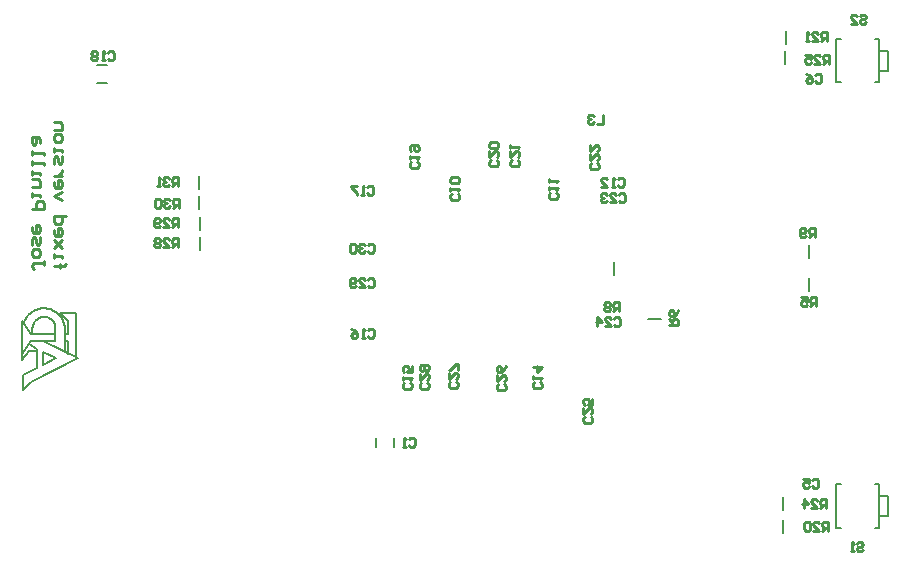
<source format=gbo>
G04*
G04 #@! TF.GenerationSoftware,Altium Limited,Altium Designer,20.0.13 (296)*
G04*
G04 Layer_Color=32896*
%FSLAX25Y25*%
%MOIN*%
G70*
G01*
G75*
%ADD12C,0.00787*%
%ADD13C,0.01000*%
%ADD202C,0.00500*%
D12*
X34225Y169443D02*
X37375D01*
X34225Y163538D02*
X37375D01*
X132953Y42116D02*
Y45265D01*
X127047Y42116D02*
Y45265D01*
X217635Y84891D02*
X221965D01*
X294843Y25672D02*
X297638D01*
Y19058D02*
Y25672D01*
X294843Y19058D02*
X297638D01*
X280394Y15278D02*
Y29766D01*
X294843Y15278D02*
Y29766D01*
X280394Y15278D02*
X281929D01*
X293465D02*
X294843D01*
X293386Y29766D02*
X294843D01*
X280394D02*
X282008D01*
X280394Y178324D02*
X282008D01*
X293386D02*
X294843D01*
X293465Y163836D02*
X294843D01*
X280394D02*
X281929D01*
X294843D02*
Y178324D01*
X280394Y163836D02*
Y178324D01*
X294843Y167616D02*
X297638D01*
Y174230D01*
X294843D02*
X297638D01*
X263550Y169755D02*
Y174086D01*
X262800Y21125D02*
Y25456D01*
X271500Y94325D02*
Y98656D01*
X271500Y105125D02*
Y109456D01*
X262700Y13625D02*
Y17956D01*
X263600Y176525D02*
Y180856D01*
X68200Y128325D02*
Y132656D01*
Y121425D02*
Y125756D01*
X68400Y114625D02*
Y118956D01*
X68500Y107925D02*
Y112256D01*
X206500Y99625D02*
Y103956D01*
D13*
X16519Y104286D02*
Y102953D01*
Y103620D01*
X13186D01*
X12520Y102953D01*
Y102287D01*
X13186Y101621D01*
X12520Y106286D02*
Y107619D01*
X13186Y108285D01*
X14519D01*
X15186Y107619D01*
Y106286D01*
X14519Y105619D01*
X13186D01*
X12520Y106286D01*
Y109618D02*
Y111617D01*
X13186Y112284D01*
X13853Y111617D01*
Y110284D01*
X14519Y109618D01*
X15186Y110284D01*
Y112284D01*
X12520Y115616D02*
Y114283D01*
X13186Y113617D01*
X14519D01*
X15186Y114283D01*
Y115616D01*
X14519Y116282D01*
X13853D01*
Y113617D01*
X12520Y121614D02*
X16519D01*
Y123613D01*
X15852Y124280D01*
X14519D01*
X13853Y123613D01*
Y121614D01*
X12520Y125613D02*
Y126946D01*
Y126279D01*
X15186D01*
Y125613D01*
X12520Y128945D02*
X15186D01*
Y130944D01*
X14519Y131611D01*
X12520D01*
Y132944D02*
Y134277D01*
Y133610D01*
X15186D01*
Y132944D01*
X12520Y136276D02*
Y137609D01*
Y136943D01*
X16519D01*
Y136276D01*
X12520Y139608D02*
Y140941D01*
Y140275D01*
X16519D01*
Y139608D01*
X15186Y143607D02*
Y144940D01*
X14519Y145606D01*
X12520D01*
Y143607D01*
X13186Y142941D01*
X13853Y143607D01*
Y145606D01*
X19600Y102487D02*
X22932D01*
X21599D01*
Y101821D01*
Y103153D01*
Y102487D01*
X22932D01*
X23599Y103153D01*
X19600Y105153D02*
Y106486D01*
Y105819D01*
X22266D01*
Y105153D01*
Y108485D02*
X19600Y111151D01*
X20933Y109818D01*
X22266Y111151D01*
X19600Y108485D01*
Y114483D02*
Y113150D01*
X20267Y112484D01*
X21599D01*
X22266Y113150D01*
Y114483D01*
X21599Y115150D01*
X20933D01*
Y112484D01*
X23599Y119148D02*
X19600D01*
Y117149D01*
X20267Y116482D01*
X21599D01*
X22266Y117149D01*
Y119148D01*
Y124480D02*
X19600Y125813D01*
X22266Y127146D01*
X19600Y130478D02*
Y129145D01*
X20267Y128479D01*
X21599D01*
X22266Y129145D01*
Y130478D01*
X21599Y131144D01*
X20933D01*
Y128479D01*
X22266Y132477D02*
X19600D01*
X20933D01*
X21599Y133144D01*
X22266Y133810D01*
Y134477D01*
X19600Y136476D02*
Y138475D01*
X20267Y139142D01*
X20933Y138475D01*
Y137143D01*
X21599Y136476D01*
X22266Y137143D01*
Y139142D01*
X19600Y140475D02*
Y141808D01*
Y141141D01*
X22266D01*
Y140475D01*
X19600Y144474D02*
Y145806D01*
X20267Y146473D01*
X21599D01*
X22266Y145806D01*
Y144474D01*
X21599Y143807D01*
X20267D01*
X19600Y144474D01*
Y147806D02*
X22266D01*
Y149805D01*
X21599Y150471D01*
X19600D01*
X61100Y129091D02*
Y132090D01*
X59601D01*
X59101Y131590D01*
Y130590D01*
X59601Y130090D01*
X61100D01*
X60100D02*
X59101Y129091D01*
X58101Y131590D02*
X57601Y132090D01*
X56601D01*
X56102Y131590D01*
Y131090D01*
X56601Y130590D01*
X57101D01*
X56601D01*
X56102Y130090D01*
Y129590D01*
X56601Y129091D01*
X57601D01*
X58101Y129590D01*
X55102Y129091D02*
X54102D01*
X54602D01*
Y132090D01*
X55102Y131590D01*
X61400Y121991D02*
Y124990D01*
X59900D01*
X59401Y124490D01*
Y123490D01*
X59900Y122990D01*
X61400D01*
X60400D02*
X59401Y121991D01*
X58401Y124490D02*
X57901Y124990D01*
X56901D01*
X56402Y124490D01*
Y123990D01*
X56901Y123490D01*
X57401D01*
X56901D01*
X56402Y122990D01*
Y122490D01*
X56901Y121991D01*
X57901D01*
X58401Y122490D01*
X55402Y124490D02*
X54902Y124990D01*
X53902D01*
X53403Y124490D01*
Y122490D01*
X53902Y121991D01*
X54902D01*
X55402Y122490D01*
Y124490D01*
X61200Y115391D02*
Y118390D01*
X59701D01*
X59201Y117890D01*
Y116890D01*
X59701Y116390D01*
X61200D01*
X60200D02*
X59201Y115391D01*
X56202D02*
X58201D01*
X56202Y117390D01*
Y117890D01*
X56701Y118390D01*
X57701D01*
X58201Y117890D01*
X55202Y115890D02*
X54702Y115391D01*
X53702D01*
X53203Y115890D01*
Y117890D01*
X53702Y118390D01*
X54702D01*
X55202Y117890D01*
Y117390D01*
X54702Y116890D01*
X53203D01*
X61100Y108791D02*
Y111790D01*
X59601D01*
X59101Y111290D01*
Y110290D01*
X59601Y109790D01*
X61100D01*
X60100D02*
X59101Y108791D01*
X56102D02*
X58101D01*
X56102Y110790D01*
Y111290D01*
X56601Y111790D01*
X57601D01*
X58101Y111290D01*
X55102D02*
X54602Y111790D01*
X53602D01*
X53103Y111290D01*
Y110790D01*
X53602Y110290D01*
X53103Y109790D01*
Y109290D01*
X53602Y108791D01*
X54602D01*
X55102Y109290D01*
Y109790D01*
X54602Y110290D01*
X55102Y110790D01*
Y111290D01*
X54602Y110290D02*
X53602D01*
X278200Y169891D02*
Y172890D01*
X276700D01*
X276201Y172390D01*
Y171390D01*
X276700Y170890D01*
X278200D01*
X277200D02*
X276201Y169891D01*
X273202D02*
X275201D01*
X273202Y171890D01*
Y172390D01*
X273702Y172890D01*
X274701D01*
X275201Y172390D01*
X270203Y172890D02*
X272202D01*
Y171390D01*
X271202Y171890D01*
X270702D01*
X270203Y171390D01*
Y170390D01*
X270702Y169891D01*
X271702D01*
X272202Y170390D01*
X277200Y21690D02*
Y24690D01*
X275700D01*
X275201Y24190D01*
Y23190D01*
X275700Y22690D01*
X277200D01*
X276200D02*
X275201Y21690D01*
X272202D02*
X274201D01*
X272202Y23690D01*
Y24190D01*
X272702Y24690D01*
X273701D01*
X274201Y24190D01*
X269702Y21690D02*
Y24690D01*
X271202Y23190D01*
X269203D01*
X288301Y185690D02*
X288801Y186190D01*
X289800D01*
X290300Y185690D01*
Y185190D01*
X289800Y184690D01*
X288801D01*
X288301Y184190D01*
Y183690D01*
X288801Y183191D01*
X289800D01*
X290300Y183690D01*
X285302Y183191D02*
X287301D01*
X285302Y185190D01*
Y185690D01*
X285802Y186190D01*
X286801D01*
X287301Y185690D01*
X277400Y177491D02*
Y180490D01*
X275901D01*
X275401Y179990D01*
Y178990D01*
X275901Y178490D01*
X277400D01*
X276400D02*
X275401Y177491D01*
X272402D02*
X274401D01*
X272402Y179490D01*
Y179990D01*
X272902Y180490D01*
X273901D01*
X274401Y179990D01*
X271402Y177491D02*
X270402D01*
X270902D01*
Y180490D01*
X271402Y179990D01*
X273501Y166090D02*
X274001Y166590D01*
X275000D01*
X275500Y166090D01*
Y164090D01*
X275000Y163591D01*
X274001D01*
X273501Y164090D01*
X270502Y166590D02*
X271501Y166090D01*
X272501Y165090D01*
Y164090D01*
X272001Y163591D01*
X271002D01*
X270502Y164090D01*
Y164590D01*
X271002Y165090D01*
X272501D01*
X272501Y31090D02*
X273001Y31590D01*
X274000D01*
X274500Y31090D01*
Y29090D01*
X274000Y28591D01*
X273001D01*
X272501Y29090D01*
X269502Y31590D02*
X271501D01*
Y30090D01*
X270501Y30590D01*
X270002D01*
X269502Y30090D01*
Y29090D01*
X270002Y28591D01*
X271001D01*
X271501Y29090D01*
X273900Y89091D02*
Y92090D01*
X272400D01*
X271901Y91590D01*
Y90590D01*
X272400Y90090D01*
X273900D01*
X272900D02*
X271901Y89091D01*
X268902Y92090D02*
X270901D01*
Y90590D01*
X269901Y91090D01*
X269402D01*
X268902Y90590D01*
Y89590D01*
X269402Y89091D01*
X270401D01*
X270901Y89590D01*
X273400Y112091D02*
Y115090D01*
X271901D01*
X271401Y114590D01*
Y113590D01*
X271901Y113090D01*
X273400D01*
X272400D02*
X271401Y112091D01*
X270401Y112590D02*
X269901Y112091D01*
X268901D01*
X268402Y112590D01*
Y114590D01*
X268901Y115090D01*
X269901D01*
X270401Y114590D01*
Y114090D01*
X269901Y113590D01*
X268402D01*
X208200Y87391D02*
Y90390D01*
X206700D01*
X206201Y89890D01*
Y88890D01*
X206700Y88390D01*
X208200D01*
X207200D02*
X206201Y87391D01*
X205201Y89890D02*
X204701Y90390D01*
X203701D01*
X203202Y89890D01*
Y89390D01*
X203701Y88890D01*
X203202Y88390D01*
Y87890D01*
X203701Y87391D01*
X204701D01*
X205201Y87890D01*
Y88390D01*
X204701Y88890D01*
X205201Y89390D01*
Y89890D01*
X204701Y88890D02*
X203701D01*
X224900Y82691D02*
X227899D01*
Y84190D01*
X227399Y84690D01*
X226399D01*
X225900Y84190D01*
Y82691D01*
Y83690D02*
X224900Y84690D01*
X227899Y87689D02*
X227399Y86689D01*
X226399Y85690D01*
X225400D01*
X224900Y86189D01*
Y87189D01*
X225400Y87689D01*
X225900D01*
X226399Y87189D01*
Y85690D01*
X124301Y109390D02*
X124801Y109890D01*
X125800D01*
X126300Y109390D01*
Y107390D01*
X125800Y106891D01*
X124801D01*
X124301Y107390D01*
X123301Y109390D02*
X122801Y109890D01*
X121801D01*
X121302Y109390D01*
Y108890D01*
X121801Y108390D01*
X122301D01*
X121801D01*
X121302Y107890D01*
Y107390D01*
X121801Y106891D01*
X122801D01*
X123301Y107390D01*
X120302Y109390D02*
X119802Y109890D01*
X118802D01*
X118303Y109390D01*
Y107390D01*
X118802Y106891D01*
X119802D01*
X120302Y107390D01*
Y109390D01*
X124401Y97890D02*
X124900Y98390D01*
X125900D01*
X126400Y97890D01*
Y95890D01*
X125900Y95390D01*
X124900D01*
X124401Y95890D01*
X121402Y95390D02*
X123401D01*
X121402Y97390D01*
Y97890D01*
X121901Y98390D01*
X122901D01*
X123401Y97890D01*
X120402Y95890D02*
X119902Y95390D01*
X118902D01*
X118403Y95890D01*
Y97890D01*
X118902Y98390D01*
X119902D01*
X120402Y97890D01*
Y97390D01*
X119902Y96890D01*
X118403D01*
X144099Y63590D02*
X144599Y63090D01*
Y62090D01*
X144099Y61590D01*
X142100D01*
X141600Y62090D01*
Y63090D01*
X142100Y63590D01*
X141600Y66589D02*
Y64590D01*
X143599Y66589D01*
X144099D01*
X144599Y66089D01*
Y65089D01*
X144099Y64590D01*
Y67589D02*
X144599Y68089D01*
Y69088D01*
X144099Y69588D01*
X143599D01*
X143099Y69088D01*
X142600Y69588D01*
X142100D01*
X141600Y69088D01*
Y68089D01*
X142100Y67589D01*
X142600D01*
X143099Y68089D01*
X143599Y67589D01*
X144099D01*
X143099Y68089D02*
Y69088D01*
X153799Y63890D02*
X154299Y63390D01*
Y62390D01*
X153799Y61891D01*
X151800D01*
X151300Y62390D01*
Y63390D01*
X151800Y63890D01*
X151300Y66889D02*
Y64890D01*
X153299Y66889D01*
X153799D01*
X154299Y66389D01*
Y65389D01*
X153799Y64890D01*
X154299Y67889D02*
Y69888D01*
X153799D01*
X151800Y67889D01*
X151300D01*
X169799Y63090D02*
X170299Y62590D01*
Y61590D01*
X169799Y61090D01*
X167800D01*
X167300Y61590D01*
Y62590D01*
X167800Y63090D01*
X167300Y66089D02*
Y64090D01*
X169299Y66089D01*
X169799D01*
X170299Y65589D01*
Y64589D01*
X169799Y64090D01*
X170299Y69088D02*
X169799Y68088D01*
X168799Y67089D01*
X167800D01*
X167300Y67589D01*
Y68588D01*
X167800Y69088D01*
X168300D01*
X168799Y68588D01*
Y67089D01*
X198599Y52290D02*
X199099Y51790D01*
Y50790D01*
X198599Y50291D01*
X196600D01*
X196100Y50790D01*
Y51790D01*
X196600Y52290D01*
X196100Y55289D02*
Y53290D01*
X198099Y55289D01*
X198599D01*
X199099Y54789D01*
Y53789D01*
X198599Y53290D01*
X199099Y58288D02*
Y56289D01*
X197599D01*
X198099Y57288D01*
Y57788D01*
X197599Y58288D01*
X196600D01*
X196100Y57788D01*
Y56788D01*
X196600Y56289D01*
X206301Y84990D02*
X206801Y85490D01*
X207800D01*
X208300Y84990D01*
Y82990D01*
X207800Y82490D01*
X206801D01*
X206301Y82990D01*
X203302Y82490D02*
X205301D01*
X203302Y84490D01*
Y84990D01*
X203801Y85490D01*
X204801D01*
X205301Y84990D01*
X200802Y82490D02*
Y85490D01*
X202302Y83990D01*
X200303D01*
X208001Y126190D02*
X208501Y126690D01*
X209500D01*
X210000Y126190D01*
Y124190D01*
X209500Y123691D01*
X208501D01*
X208001Y124190D01*
X205002Y123691D02*
X207001D01*
X205002Y125690D01*
Y126190D01*
X205502Y126690D01*
X206501D01*
X207001Y126190D01*
X204002D02*
X203502Y126690D01*
X202502D01*
X202003Y126190D01*
Y125690D01*
X202502Y125190D01*
X203002D01*
X202502D01*
X202003Y124690D01*
Y124190D01*
X202502Y123691D01*
X203502D01*
X204002Y124190D01*
X200799Y136790D02*
X201299Y136290D01*
Y135290D01*
X200799Y134791D01*
X198800D01*
X198300Y135290D01*
Y136290D01*
X198800Y136790D01*
X198300Y139789D02*
Y137790D01*
X200299Y139789D01*
X200799D01*
X201299Y139289D01*
Y138289D01*
X200799Y137790D01*
X198300Y142788D02*
Y140789D01*
X200299Y142788D01*
X200799D01*
X201299Y142288D01*
Y141288D01*
X200799Y140789D01*
X174299Y137790D02*
X174799Y137290D01*
Y136290D01*
X174299Y135791D01*
X172300D01*
X171800Y136290D01*
Y137290D01*
X172300Y137790D01*
X171800Y140789D02*
Y138790D01*
X173799Y140789D01*
X174299D01*
X174799Y140289D01*
Y139289D01*
X174299Y138790D01*
X171800Y141789D02*
Y142788D01*
Y142288D01*
X174799D01*
X174299Y141789D01*
X167399Y137690D02*
X167899Y137190D01*
Y136190D01*
X167399Y135691D01*
X165400D01*
X164900Y136190D01*
Y137190D01*
X165400Y137690D01*
X164900Y140689D02*
Y138690D01*
X166899Y140689D01*
X167399D01*
X167899Y140189D01*
Y139189D01*
X167399Y138690D01*
Y141689D02*
X167899Y142188D01*
Y143188D01*
X167399Y143688D01*
X165400D01*
X164900Y143188D01*
Y142188D01*
X165400Y141689D01*
X167399D01*
X140899Y137190D02*
X141399Y136690D01*
Y135690D01*
X140899Y135191D01*
X138900D01*
X138400Y135690D01*
Y136690D01*
X138900Y137190D01*
X138400Y138190D02*
Y139189D01*
Y138689D01*
X141399D01*
X140899Y138190D01*
X138900Y140689D02*
X138400Y141189D01*
Y142188D01*
X138900Y142688D01*
X140899D01*
X141399Y142188D01*
Y141189D01*
X140899Y140689D01*
X140399D01*
X139900Y141189D01*
Y142688D01*
X37701Y173590D02*
X38201Y174090D01*
X39200D01*
X39700Y173590D01*
Y171590D01*
X39200Y171091D01*
X38201D01*
X37701Y171590D01*
X36701Y171091D02*
X35701D01*
X36201D01*
Y174090D01*
X36701Y173590D01*
X34202D02*
X33702Y174090D01*
X32702D01*
X32202Y173590D01*
Y173090D01*
X32702Y172590D01*
X32202Y172090D01*
Y171590D01*
X32702Y171091D01*
X33702D01*
X34202Y171590D01*
Y172090D01*
X33702Y172590D01*
X34202Y173090D01*
Y173590D01*
X33702Y172590D02*
X32702D01*
X124101Y128790D02*
X124601Y129290D01*
X125600D01*
X126100Y128790D01*
Y126790D01*
X125600Y126291D01*
X124601D01*
X124101Y126790D01*
X123101Y126291D02*
X122101D01*
X122601D01*
Y129290D01*
X123101Y128790D01*
X120602Y129290D02*
X118602D01*
Y128790D01*
X120602Y126790D01*
Y126291D01*
X124301Y81090D02*
X124801Y81590D01*
X125800D01*
X126300Y81090D01*
Y79090D01*
X125800Y78591D01*
X124801D01*
X124301Y79090D01*
X123301Y78591D02*
X122301D01*
X122801D01*
Y81590D01*
X123301Y81090D01*
X118802Y81590D02*
X119802Y81090D01*
X120802Y80090D01*
Y79090D01*
X120302Y78591D01*
X119302D01*
X118802Y79090D01*
Y79590D01*
X119302Y80090D01*
X120802D01*
X138499Y63590D02*
X138999Y63090D01*
Y62090D01*
X138499Y61590D01*
X136500D01*
X136000Y62090D01*
Y63090D01*
X136500Y63590D01*
X136000Y64590D02*
Y65589D01*
Y65089D01*
X138999D01*
X138499Y64590D01*
X138999Y69088D02*
Y67089D01*
X137499D01*
X137999Y68089D01*
Y68588D01*
X137499Y69088D01*
X136500D01*
X136000Y68588D01*
Y67589D01*
X136500Y67089D01*
X181899Y63690D02*
X182399Y63190D01*
Y62190D01*
X181899Y61690D01*
X179900D01*
X179400Y62190D01*
Y63190D01*
X179900Y63690D01*
X179400Y64690D02*
Y65689D01*
Y65189D01*
X182399D01*
X181899Y64690D01*
X179400Y68688D02*
X182399D01*
X180900Y67189D01*
Y69188D01*
X207601Y131490D02*
X208101Y131990D01*
X209100D01*
X209600Y131490D01*
Y129490D01*
X209100Y128991D01*
X208101D01*
X207601Y129490D01*
X206601Y128991D02*
X205601D01*
X206101D01*
Y131990D01*
X206601Y131490D01*
X202102Y128991D02*
X204102D01*
X202102Y130990D01*
Y131490D01*
X202602Y131990D01*
X203602D01*
X204102Y131490D01*
X187199Y126990D02*
X187699Y126490D01*
Y125490D01*
X187199Y124991D01*
X185200D01*
X184700Y125490D01*
Y126490D01*
X185200Y126990D01*
X184700Y127990D02*
Y128989D01*
Y128489D01*
X187699D01*
X187199Y127990D01*
X184700Y130489D02*
Y131488D01*
Y130989D01*
X187699D01*
X187199Y130489D01*
X154299Y126590D02*
X154799Y126090D01*
Y125090D01*
X154299Y124591D01*
X152300D01*
X151800Y125090D01*
Y126090D01*
X152300Y126590D01*
X151800Y127590D02*
Y128589D01*
Y128089D01*
X154799D01*
X154299Y127590D01*
Y130089D02*
X154799Y130589D01*
Y131588D01*
X154299Y132088D01*
X152300D01*
X151800Y131588D01*
Y130589D01*
X152300Y130089D01*
X154299D01*
X138001Y44690D02*
X138500Y45190D01*
X139500D01*
X140000Y44690D01*
Y42690D01*
X139500Y42191D01*
X138500D01*
X138001Y42690D01*
X137001Y42191D02*
X136001D01*
X136501D01*
Y45190D01*
X137001Y44690D01*
X277800Y14290D02*
Y17290D01*
X276301D01*
X275801Y16790D01*
Y15790D01*
X276301Y15290D01*
X277800D01*
X276800D02*
X275801Y14290D01*
X272802D02*
X274801D01*
X272802Y16290D01*
Y16790D01*
X273302Y17290D01*
X274301D01*
X274801Y16790D01*
X271802D02*
X271302Y17290D01*
X270302D01*
X269803Y16790D01*
Y14790D01*
X270302Y14290D01*
X271302D01*
X271802Y14790D01*
Y16790D01*
X287301Y9990D02*
X287801Y10490D01*
X288800D01*
X289300Y9990D01*
Y9490D01*
X288800Y8990D01*
X287801D01*
X287301Y8490D01*
Y7990D01*
X287801Y7491D01*
X288800D01*
X289300Y7990D01*
X286301Y7491D02*
X285301D01*
X285801D01*
Y10490D01*
X286301Y9990D01*
X202600Y152890D02*
Y149891D01*
X200601D01*
X199601Y152390D02*
X199101Y152890D01*
X198101D01*
X197602Y152390D01*
Y151890D01*
X198101Y151390D01*
X198601D01*
X198101D01*
X197602Y150890D01*
Y150390D01*
X198101Y149891D01*
X199101D01*
X199601Y150390D01*
D202*
X16729Y88358D02*
X15717Y88342D01*
X14718Y88182D01*
X13751Y87883D01*
X12837Y87450D01*
X11992Y86892D01*
X11236Y86220D01*
X10582Y85448D01*
X10044Y84591D01*
X9633Y83666D01*
X20187Y81757D02*
X20037Y82749D01*
X19636Y83669D01*
X19010Y84453D01*
X18202Y85049D01*
X17267Y85415D01*
X16270Y85527D01*
X15271Y85371D01*
X14346Y84961D01*
X13559Y84327D01*
X12962Y83510D01*
X12598Y82566D01*
X12490Y81561D01*
X23428Y81288D02*
X23384Y82270D01*
X23201Y83235D01*
X22883Y84165D01*
X22435Y85040D01*
X21868Y85842D01*
X21192Y86555D01*
X20422Y87165D01*
X19572Y87659D01*
X18661Y88027D01*
X17707Y88261D01*
X16729Y88358D01*
X24550Y83880D02*
Y84160D01*
X21865Y86845D02*
X24550Y84160D01*
X21865Y86845D02*
X26918D01*
X12054Y63713D02*
X27697Y71736D01*
X12490Y79915D02*
Y81561D01*
X24550Y73322D02*
Y77511D01*
X26918Y72132D02*
Y86845D01*
X23428Y81288D02*
X23429Y73869D01*
X11490Y76480D02*
X14017Y74983D01*
Y68458D02*
Y74983D01*
X15980Y69457D02*
X20374Y71736D01*
X11400Y74265D02*
X13981D01*
X16190Y77500D02*
X27697Y71736D01*
X20187Y77542D02*
Y81757D01*
X9218Y84223D02*
X12116Y79915D01*
X9218D02*
Y84223D01*
Y77886D02*
Y79915D01*
Y73078D02*
Y77886D01*
Y73078D02*
X12179Y77511D01*
X20219D01*
X12116Y79915D02*
X20219D01*
X15980Y69457D02*
Y73984D01*
X20374Y71736D01*
X9281Y66023D02*
X14017Y68458D01*
X9281Y61184D02*
Y66023D01*
Y61184D02*
X12054Y63713D01*
X9218Y77105D02*
Y81632D01*
Y76169D02*
Y77105D01*
Y71205D02*
Y76169D01*
Y71205D02*
X11400Y74265D01*
X23428Y76419D02*
Y77074D01*
X24550Y79915D02*
Y83880D01*
X23459Y79915D02*
X24550D01*
X23459Y77511D02*
X24550D01*
M02*

</source>
